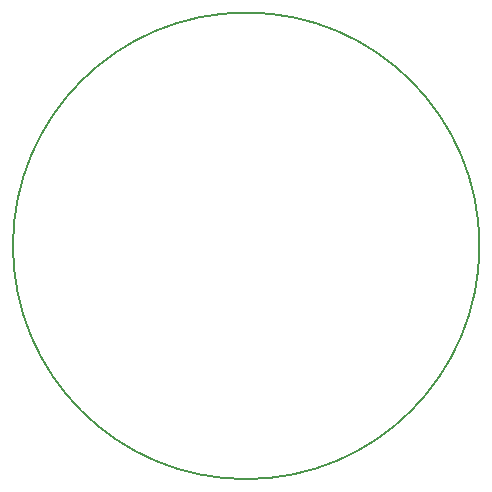
<source format=gm1>
G04 #@! TF.GenerationSoftware,KiCad,Pcbnew,no-vcs-found-d3b382c~59~ubuntu16.04.1*
G04 #@! TF.CreationDate,2017-07-27T00:58:26+01:00*
G04 #@! TF.ProjectId,DCDC-5V,444344432D35562E6B696361645F7063,1*
G04 #@! TF.SameCoordinates,Original
G04 #@! TF.FileFunction,Profile,NP*
%FSLAX46Y46*%
G04 Gerber Fmt 4.6, Leading zero omitted, Abs format (unit mm)*
G04 Created by KiCad (PCBNEW no-vcs-found-d3b382c~59~ubuntu16.04.1) date Thu Jul 27 00:58:26 2017*
%MOMM*%
%LPD*%
G01*
G04 APERTURE LIST*
%ADD10C,0.200000*%
G04 APERTURE END LIST*
D10*
X119750000Y-100000000D02*
G75*
G03X119750000Y-100000000I-19750000J0D01*
G01*
M02*

</source>
